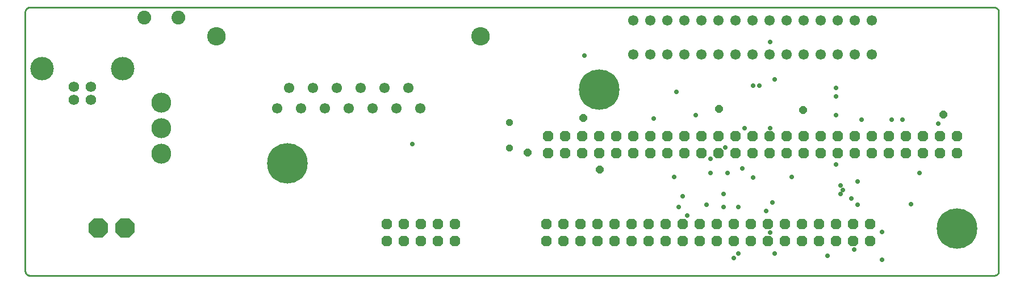
<source format=gbs>
G75*
%MOIN*%
%OFA0B0*%
%FSLAX25Y25*%
%IPPOS*%
%LPD*%
%AMOC8*
5,1,8,0,0,1.08239X$1,22.5*
%
%ADD10C,0.01000*%
%ADD11C,0.23800*%
%ADD12C,0.06115*%
%ADD13C,0.00000*%
%ADD14C,0.10800*%
%ADD15C,0.11725*%
%ADD16C,0.08083*%
%ADD17OC8,0.06200*%
%ADD18OC8,0.11430*%
%ADD19C,0.06200*%
%ADD20C,0.13800*%
%ADD21OC8,0.04343*%
%ADD22OC8,0.03800*%
%ADD23OC8,0.02800*%
%ADD24C,0.02800*%
D10*
X0004000Y0002343D02*
X0570300Y0002343D01*
X0570398Y0002345D01*
X0570496Y0002351D01*
X0570594Y0002360D01*
X0570691Y0002374D01*
X0570788Y0002391D01*
X0570884Y0002412D01*
X0570979Y0002437D01*
X0571073Y0002465D01*
X0571165Y0002498D01*
X0571257Y0002533D01*
X0571347Y0002573D01*
X0571435Y0002615D01*
X0571522Y0002662D01*
X0571606Y0002711D01*
X0571689Y0002764D01*
X0571769Y0002820D01*
X0571848Y0002880D01*
X0571924Y0002942D01*
X0571997Y0003007D01*
X0572068Y0003075D01*
X0572136Y0003146D01*
X0572201Y0003219D01*
X0572263Y0003295D01*
X0572323Y0003374D01*
X0572379Y0003454D01*
X0572432Y0003537D01*
X0572481Y0003621D01*
X0572528Y0003708D01*
X0572570Y0003796D01*
X0572610Y0003886D01*
X0572645Y0003978D01*
X0572678Y0004070D01*
X0572706Y0004164D01*
X0572731Y0004259D01*
X0572752Y0004355D01*
X0572769Y0004452D01*
X0572783Y0004549D01*
X0572792Y0004647D01*
X0572798Y0004745D01*
X0572800Y0004843D01*
X0572800Y0157343D01*
X0572798Y0157441D01*
X0572792Y0157539D01*
X0572783Y0157637D01*
X0572769Y0157734D01*
X0572752Y0157831D01*
X0572731Y0157927D01*
X0572706Y0158022D01*
X0572678Y0158116D01*
X0572645Y0158208D01*
X0572610Y0158300D01*
X0572570Y0158390D01*
X0572528Y0158478D01*
X0572481Y0158565D01*
X0572432Y0158649D01*
X0572379Y0158732D01*
X0572323Y0158812D01*
X0572263Y0158891D01*
X0572201Y0158967D01*
X0572136Y0159040D01*
X0572068Y0159111D01*
X0571997Y0159179D01*
X0571924Y0159244D01*
X0571848Y0159306D01*
X0571769Y0159366D01*
X0571689Y0159422D01*
X0571606Y0159475D01*
X0571522Y0159524D01*
X0571435Y0159571D01*
X0571347Y0159613D01*
X0571257Y0159653D01*
X0571165Y0159688D01*
X0571073Y0159721D01*
X0570979Y0159749D01*
X0570884Y0159774D01*
X0570788Y0159795D01*
X0570691Y0159812D01*
X0570594Y0159826D01*
X0570496Y0159835D01*
X0570398Y0159841D01*
X0570300Y0159843D01*
X0004000Y0159843D01*
X0003902Y0159841D01*
X0003804Y0159835D01*
X0003706Y0159826D01*
X0003609Y0159812D01*
X0003512Y0159795D01*
X0003416Y0159774D01*
X0003321Y0159749D01*
X0003227Y0159721D01*
X0003135Y0159688D01*
X0003043Y0159653D01*
X0002953Y0159613D01*
X0002865Y0159571D01*
X0002778Y0159524D01*
X0002694Y0159475D01*
X0002611Y0159422D01*
X0002531Y0159366D01*
X0002452Y0159306D01*
X0002376Y0159244D01*
X0002303Y0159179D01*
X0002232Y0159111D01*
X0002164Y0159040D01*
X0002099Y0158967D01*
X0002037Y0158891D01*
X0001977Y0158812D01*
X0001921Y0158732D01*
X0001868Y0158649D01*
X0001819Y0158565D01*
X0001772Y0158478D01*
X0001730Y0158390D01*
X0001690Y0158300D01*
X0001655Y0158208D01*
X0001622Y0158116D01*
X0001594Y0158022D01*
X0001569Y0157927D01*
X0001548Y0157831D01*
X0001531Y0157734D01*
X0001517Y0157637D01*
X0001508Y0157539D01*
X0001502Y0157441D01*
X0001500Y0157343D01*
X0001500Y0004843D01*
X0001502Y0004745D01*
X0001508Y0004647D01*
X0001517Y0004549D01*
X0001531Y0004452D01*
X0001548Y0004355D01*
X0001569Y0004259D01*
X0001594Y0004164D01*
X0001622Y0004070D01*
X0001655Y0003978D01*
X0001690Y0003886D01*
X0001730Y0003796D01*
X0001772Y0003708D01*
X0001819Y0003621D01*
X0001868Y0003537D01*
X0001921Y0003454D01*
X0001977Y0003374D01*
X0002037Y0003295D01*
X0002099Y0003219D01*
X0002164Y0003146D01*
X0002232Y0003075D01*
X0002303Y0003007D01*
X0002376Y0002942D01*
X0002452Y0002880D01*
X0002531Y0002820D01*
X0002611Y0002764D01*
X0002694Y0002711D01*
X0002778Y0002662D01*
X0002865Y0002615D01*
X0002953Y0002573D01*
X0003043Y0002533D01*
X0003135Y0002498D01*
X0003227Y0002465D01*
X0003321Y0002437D01*
X0003416Y0002412D01*
X0003512Y0002391D01*
X0003609Y0002374D01*
X0003706Y0002360D01*
X0003804Y0002351D01*
X0003902Y0002345D01*
X0004000Y0002343D01*
D11*
X0155300Y0068235D03*
X0338405Y0111580D03*
X0548400Y0029835D03*
D12*
X0498400Y0132243D03*
X0488400Y0132243D03*
X0478400Y0132243D03*
X0468400Y0132243D03*
X0458400Y0132243D03*
X0448400Y0132243D03*
X0438400Y0132243D03*
X0428400Y0132243D03*
X0418400Y0132243D03*
X0408400Y0132243D03*
X0398400Y0132243D03*
X0388400Y0132243D03*
X0378400Y0132243D03*
X0368400Y0132243D03*
X0358400Y0132243D03*
X0358400Y0152243D03*
X0368400Y0152243D03*
X0378400Y0152243D03*
X0388400Y0152243D03*
X0398400Y0152243D03*
X0408400Y0152243D03*
X0418400Y0152243D03*
X0428400Y0152243D03*
X0438400Y0152243D03*
X0448400Y0152243D03*
X0458400Y0152243D03*
X0468400Y0152243D03*
X0478400Y0152243D03*
X0488400Y0152243D03*
X0498400Y0152243D03*
X0233300Y0100443D03*
X0219300Y0100443D03*
X0205300Y0100443D03*
X0191300Y0100443D03*
X0177300Y0100443D03*
X0163300Y0100443D03*
X0149300Y0100443D03*
X0156300Y0112567D03*
X0170300Y0112567D03*
X0184300Y0112567D03*
X0198300Y0112567D03*
X0212300Y0112567D03*
X0226300Y0112567D03*
D13*
X0263800Y0142943D02*
X0263802Y0143084D01*
X0263808Y0143225D01*
X0263818Y0143365D01*
X0263832Y0143505D01*
X0263850Y0143645D01*
X0263871Y0143784D01*
X0263897Y0143923D01*
X0263926Y0144061D01*
X0263960Y0144197D01*
X0263997Y0144333D01*
X0264038Y0144468D01*
X0264083Y0144602D01*
X0264132Y0144734D01*
X0264184Y0144865D01*
X0264240Y0144994D01*
X0264300Y0145121D01*
X0264363Y0145247D01*
X0264429Y0145371D01*
X0264500Y0145494D01*
X0264573Y0145614D01*
X0264650Y0145732D01*
X0264730Y0145848D01*
X0264814Y0145961D01*
X0264900Y0146072D01*
X0264990Y0146181D01*
X0265083Y0146287D01*
X0265178Y0146390D01*
X0265277Y0146491D01*
X0265378Y0146589D01*
X0265482Y0146684D01*
X0265589Y0146776D01*
X0265698Y0146865D01*
X0265810Y0146950D01*
X0265924Y0147033D01*
X0266040Y0147113D01*
X0266159Y0147189D01*
X0266280Y0147261D01*
X0266402Y0147331D01*
X0266527Y0147396D01*
X0266653Y0147459D01*
X0266781Y0147517D01*
X0266911Y0147572D01*
X0267042Y0147624D01*
X0267175Y0147671D01*
X0267309Y0147715D01*
X0267444Y0147756D01*
X0267580Y0147792D01*
X0267717Y0147824D01*
X0267855Y0147853D01*
X0267993Y0147878D01*
X0268133Y0147898D01*
X0268273Y0147915D01*
X0268413Y0147928D01*
X0268554Y0147937D01*
X0268694Y0147942D01*
X0268835Y0147943D01*
X0268976Y0147940D01*
X0269117Y0147933D01*
X0269257Y0147922D01*
X0269397Y0147907D01*
X0269537Y0147888D01*
X0269676Y0147866D01*
X0269814Y0147839D01*
X0269952Y0147809D01*
X0270088Y0147774D01*
X0270224Y0147736D01*
X0270358Y0147694D01*
X0270492Y0147648D01*
X0270624Y0147599D01*
X0270754Y0147545D01*
X0270883Y0147488D01*
X0271010Y0147428D01*
X0271136Y0147364D01*
X0271259Y0147296D01*
X0271381Y0147225D01*
X0271501Y0147151D01*
X0271618Y0147073D01*
X0271733Y0146992D01*
X0271846Y0146908D01*
X0271957Y0146821D01*
X0272065Y0146730D01*
X0272170Y0146637D01*
X0272273Y0146540D01*
X0272373Y0146441D01*
X0272470Y0146339D01*
X0272564Y0146234D01*
X0272655Y0146127D01*
X0272743Y0146017D01*
X0272828Y0145905D01*
X0272910Y0145790D01*
X0272989Y0145673D01*
X0273064Y0145554D01*
X0273136Y0145433D01*
X0273204Y0145310D01*
X0273269Y0145185D01*
X0273331Y0145058D01*
X0273388Y0144929D01*
X0273443Y0144799D01*
X0273493Y0144668D01*
X0273540Y0144535D01*
X0273583Y0144401D01*
X0273622Y0144265D01*
X0273657Y0144129D01*
X0273689Y0143992D01*
X0273716Y0143854D01*
X0273740Y0143715D01*
X0273760Y0143575D01*
X0273776Y0143435D01*
X0273788Y0143295D01*
X0273796Y0143154D01*
X0273800Y0143013D01*
X0273800Y0142873D01*
X0273796Y0142732D01*
X0273788Y0142591D01*
X0273776Y0142451D01*
X0273760Y0142311D01*
X0273740Y0142171D01*
X0273716Y0142032D01*
X0273689Y0141894D01*
X0273657Y0141757D01*
X0273622Y0141621D01*
X0273583Y0141485D01*
X0273540Y0141351D01*
X0273493Y0141218D01*
X0273443Y0141087D01*
X0273388Y0140957D01*
X0273331Y0140828D01*
X0273269Y0140701D01*
X0273204Y0140576D01*
X0273136Y0140453D01*
X0273064Y0140332D01*
X0272989Y0140213D01*
X0272910Y0140096D01*
X0272828Y0139981D01*
X0272743Y0139869D01*
X0272655Y0139759D01*
X0272564Y0139652D01*
X0272470Y0139547D01*
X0272373Y0139445D01*
X0272273Y0139346D01*
X0272170Y0139249D01*
X0272065Y0139156D01*
X0271957Y0139065D01*
X0271846Y0138978D01*
X0271733Y0138894D01*
X0271618Y0138813D01*
X0271501Y0138735D01*
X0271381Y0138661D01*
X0271259Y0138590D01*
X0271136Y0138522D01*
X0271010Y0138458D01*
X0270883Y0138398D01*
X0270754Y0138341D01*
X0270624Y0138287D01*
X0270492Y0138238D01*
X0270358Y0138192D01*
X0270224Y0138150D01*
X0270088Y0138112D01*
X0269952Y0138077D01*
X0269814Y0138047D01*
X0269676Y0138020D01*
X0269537Y0137998D01*
X0269397Y0137979D01*
X0269257Y0137964D01*
X0269117Y0137953D01*
X0268976Y0137946D01*
X0268835Y0137943D01*
X0268694Y0137944D01*
X0268554Y0137949D01*
X0268413Y0137958D01*
X0268273Y0137971D01*
X0268133Y0137988D01*
X0267993Y0138008D01*
X0267855Y0138033D01*
X0267717Y0138062D01*
X0267580Y0138094D01*
X0267444Y0138130D01*
X0267309Y0138171D01*
X0267175Y0138215D01*
X0267042Y0138262D01*
X0266911Y0138314D01*
X0266781Y0138369D01*
X0266653Y0138427D01*
X0266527Y0138490D01*
X0266402Y0138555D01*
X0266280Y0138625D01*
X0266159Y0138697D01*
X0266040Y0138773D01*
X0265924Y0138853D01*
X0265810Y0138936D01*
X0265698Y0139021D01*
X0265589Y0139110D01*
X0265482Y0139202D01*
X0265378Y0139297D01*
X0265277Y0139395D01*
X0265178Y0139496D01*
X0265083Y0139599D01*
X0264990Y0139705D01*
X0264900Y0139814D01*
X0264814Y0139925D01*
X0264730Y0140038D01*
X0264650Y0140154D01*
X0264573Y0140272D01*
X0264500Y0140392D01*
X0264429Y0140515D01*
X0264363Y0140639D01*
X0264300Y0140765D01*
X0264240Y0140892D01*
X0264184Y0141021D01*
X0264132Y0141152D01*
X0264083Y0141284D01*
X0264038Y0141418D01*
X0263997Y0141553D01*
X0263960Y0141689D01*
X0263926Y0141825D01*
X0263897Y0141963D01*
X0263871Y0142102D01*
X0263850Y0142241D01*
X0263832Y0142381D01*
X0263818Y0142521D01*
X0263808Y0142661D01*
X0263802Y0142802D01*
X0263800Y0142943D01*
X0108800Y0142943D02*
X0108802Y0143084D01*
X0108808Y0143225D01*
X0108818Y0143365D01*
X0108832Y0143505D01*
X0108850Y0143645D01*
X0108871Y0143784D01*
X0108897Y0143923D01*
X0108926Y0144061D01*
X0108960Y0144197D01*
X0108997Y0144333D01*
X0109038Y0144468D01*
X0109083Y0144602D01*
X0109132Y0144734D01*
X0109184Y0144865D01*
X0109240Y0144994D01*
X0109300Y0145121D01*
X0109363Y0145247D01*
X0109429Y0145371D01*
X0109500Y0145494D01*
X0109573Y0145614D01*
X0109650Y0145732D01*
X0109730Y0145848D01*
X0109814Y0145961D01*
X0109900Y0146072D01*
X0109990Y0146181D01*
X0110083Y0146287D01*
X0110178Y0146390D01*
X0110277Y0146491D01*
X0110378Y0146589D01*
X0110482Y0146684D01*
X0110589Y0146776D01*
X0110698Y0146865D01*
X0110810Y0146950D01*
X0110924Y0147033D01*
X0111040Y0147113D01*
X0111159Y0147189D01*
X0111280Y0147261D01*
X0111402Y0147331D01*
X0111527Y0147396D01*
X0111653Y0147459D01*
X0111781Y0147517D01*
X0111911Y0147572D01*
X0112042Y0147624D01*
X0112175Y0147671D01*
X0112309Y0147715D01*
X0112444Y0147756D01*
X0112580Y0147792D01*
X0112717Y0147824D01*
X0112855Y0147853D01*
X0112993Y0147878D01*
X0113133Y0147898D01*
X0113273Y0147915D01*
X0113413Y0147928D01*
X0113554Y0147937D01*
X0113694Y0147942D01*
X0113835Y0147943D01*
X0113976Y0147940D01*
X0114117Y0147933D01*
X0114257Y0147922D01*
X0114397Y0147907D01*
X0114537Y0147888D01*
X0114676Y0147866D01*
X0114814Y0147839D01*
X0114952Y0147809D01*
X0115088Y0147774D01*
X0115224Y0147736D01*
X0115358Y0147694D01*
X0115492Y0147648D01*
X0115624Y0147599D01*
X0115754Y0147545D01*
X0115883Y0147488D01*
X0116010Y0147428D01*
X0116136Y0147364D01*
X0116259Y0147296D01*
X0116381Y0147225D01*
X0116501Y0147151D01*
X0116618Y0147073D01*
X0116733Y0146992D01*
X0116846Y0146908D01*
X0116957Y0146821D01*
X0117065Y0146730D01*
X0117170Y0146637D01*
X0117273Y0146540D01*
X0117373Y0146441D01*
X0117470Y0146339D01*
X0117564Y0146234D01*
X0117655Y0146127D01*
X0117743Y0146017D01*
X0117828Y0145905D01*
X0117910Y0145790D01*
X0117989Y0145673D01*
X0118064Y0145554D01*
X0118136Y0145433D01*
X0118204Y0145310D01*
X0118269Y0145185D01*
X0118331Y0145058D01*
X0118388Y0144929D01*
X0118443Y0144799D01*
X0118493Y0144668D01*
X0118540Y0144535D01*
X0118583Y0144401D01*
X0118622Y0144265D01*
X0118657Y0144129D01*
X0118689Y0143992D01*
X0118716Y0143854D01*
X0118740Y0143715D01*
X0118760Y0143575D01*
X0118776Y0143435D01*
X0118788Y0143295D01*
X0118796Y0143154D01*
X0118800Y0143013D01*
X0118800Y0142873D01*
X0118796Y0142732D01*
X0118788Y0142591D01*
X0118776Y0142451D01*
X0118760Y0142311D01*
X0118740Y0142171D01*
X0118716Y0142032D01*
X0118689Y0141894D01*
X0118657Y0141757D01*
X0118622Y0141621D01*
X0118583Y0141485D01*
X0118540Y0141351D01*
X0118493Y0141218D01*
X0118443Y0141087D01*
X0118388Y0140957D01*
X0118331Y0140828D01*
X0118269Y0140701D01*
X0118204Y0140576D01*
X0118136Y0140453D01*
X0118064Y0140332D01*
X0117989Y0140213D01*
X0117910Y0140096D01*
X0117828Y0139981D01*
X0117743Y0139869D01*
X0117655Y0139759D01*
X0117564Y0139652D01*
X0117470Y0139547D01*
X0117373Y0139445D01*
X0117273Y0139346D01*
X0117170Y0139249D01*
X0117065Y0139156D01*
X0116957Y0139065D01*
X0116846Y0138978D01*
X0116733Y0138894D01*
X0116618Y0138813D01*
X0116501Y0138735D01*
X0116381Y0138661D01*
X0116259Y0138590D01*
X0116136Y0138522D01*
X0116010Y0138458D01*
X0115883Y0138398D01*
X0115754Y0138341D01*
X0115624Y0138287D01*
X0115492Y0138238D01*
X0115358Y0138192D01*
X0115224Y0138150D01*
X0115088Y0138112D01*
X0114952Y0138077D01*
X0114814Y0138047D01*
X0114676Y0138020D01*
X0114537Y0137998D01*
X0114397Y0137979D01*
X0114257Y0137964D01*
X0114117Y0137953D01*
X0113976Y0137946D01*
X0113835Y0137943D01*
X0113694Y0137944D01*
X0113554Y0137949D01*
X0113413Y0137958D01*
X0113273Y0137971D01*
X0113133Y0137988D01*
X0112993Y0138008D01*
X0112855Y0138033D01*
X0112717Y0138062D01*
X0112580Y0138094D01*
X0112444Y0138130D01*
X0112309Y0138171D01*
X0112175Y0138215D01*
X0112042Y0138262D01*
X0111911Y0138314D01*
X0111781Y0138369D01*
X0111653Y0138427D01*
X0111527Y0138490D01*
X0111402Y0138555D01*
X0111280Y0138625D01*
X0111159Y0138697D01*
X0111040Y0138773D01*
X0110924Y0138853D01*
X0110810Y0138936D01*
X0110698Y0139021D01*
X0110589Y0139110D01*
X0110482Y0139202D01*
X0110378Y0139297D01*
X0110277Y0139395D01*
X0110178Y0139496D01*
X0110083Y0139599D01*
X0109990Y0139705D01*
X0109900Y0139814D01*
X0109814Y0139925D01*
X0109730Y0140038D01*
X0109650Y0140154D01*
X0109573Y0140272D01*
X0109500Y0140392D01*
X0109429Y0140515D01*
X0109363Y0140639D01*
X0109300Y0140765D01*
X0109240Y0140892D01*
X0109184Y0141021D01*
X0109132Y0141152D01*
X0109083Y0141284D01*
X0109038Y0141418D01*
X0108997Y0141553D01*
X0108960Y0141689D01*
X0108926Y0141825D01*
X0108897Y0141963D01*
X0108871Y0142102D01*
X0108850Y0142241D01*
X0108832Y0142381D01*
X0108818Y0142521D01*
X0108808Y0142661D01*
X0108802Y0142802D01*
X0108800Y0142943D01*
X0087758Y0154043D02*
X0087760Y0154163D01*
X0087766Y0154284D01*
X0087776Y0154404D01*
X0087790Y0154523D01*
X0087808Y0154642D01*
X0087829Y0154761D01*
X0087855Y0154879D01*
X0087885Y0154995D01*
X0087918Y0155111D01*
X0087955Y0155226D01*
X0087996Y0155339D01*
X0088041Y0155451D01*
X0088089Y0155561D01*
X0088141Y0155670D01*
X0088197Y0155776D01*
X0088256Y0155881D01*
X0088319Y0155984D01*
X0088384Y0156085D01*
X0088454Y0156184D01*
X0088526Y0156280D01*
X0088601Y0156374D01*
X0088680Y0156465D01*
X0088762Y0156554D01*
X0088846Y0156639D01*
X0088933Y0156723D01*
X0089023Y0156803D01*
X0089116Y0156880D01*
X0089211Y0156954D01*
X0089308Y0157024D01*
X0089408Y0157092D01*
X0089510Y0157156D01*
X0089614Y0157217D01*
X0089720Y0157274D01*
X0089828Y0157328D01*
X0089937Y0157378D01*
X0090048Y0157425D01*
X0090161Y0157468D01*
X0090275Y0157507D01*
X0090390Y0157542D01*
X0090506Y0157574D01*
X0090623Y0157601D01*
X0090741Y0157625D01*
X0090860Y0157645D01*
X0090979Y0157661D01*
X0091099Y0157673D01*
X0091219Y0157681D01*
X0091340Y0157685D01*
X0091460Y0157685D01*
X0091581Y0157681D01*
X0091701Y0157673D01*
X0091821Y0157661D01*
X0091940Y0157645D01*
X0092059Y0157625D01*
X0092177Y0157601D01*
X0092294Y0157574D01*
X0092410Y0157542D01*
X0092525Y0157507D01*
X0092639Y0157468D01*
X0092752Y0157425D01*
X0092863Y0157378D01*
X0092972Y0157328D01*
X0093080Y0157274D01*
X0093186Y0157217D01*
X0093290Y0157156D01*
X0093392Y0157092D01*
X0093492Y0157024D01*
X0093589Y0156954D01*
X0093684Y0156880D01*
X0093777Y0156803D01*
X0093867Y0156723D01*
X0093954Y0156639D01*
X0094038Y0156554D01*
X0094120Y0156465D01*
X0094199Y0156374D01*
X0094274Y0156280D01*
X0094346Y0156184D01*
X0094416Y0156085D01*
X0094481Y0155984D01*
X0094544Y0155881D01*
X0094603Y0155776D01*
X0094659Y0155670D01*
X0094711Y0155561D01*
X0094759Y0155451D01*
X0094804Y0155339D01*
X0094845Y0155226D01*
X0094882Y0155111D01*
X0094915Y0154995D01*
X0094945Y0154879D01*
X0094971Y0154761D01*
X0094992Y0154642D01*
X0095010Y0154523D01*
X0095024Y0154404D01*
X0095034Y0154284D01*
X0095040Y0154163D01*
X0095042Y0154043D01*
X0095040Y0153923D01*
X0095034Y0153802D01*
X0095024Y0153682D01*
X0095010Y0153563D01*
X0094992Y0153444D01*
X0094971Y0153325D01*
X0094945Y0153207D01*
X0094915Y0153091D01*
X0094882Y0152975D01*
X0094845Y0152860D01*
X0094804Y0152747D01*
X0094759Y0152635D01*
X0094711Y0152525D01*
X0094659Y0152416D01*
X0094603Y0152310D01*
X0094544Y0152205D01*
X0094481Y0152102D01*
X0094416Y0152001D01*
X0094346Y0151902D01*
X0094274Y0151806D01*
X0094199Y0151712D01*
X0094120Y0151621D01*
X0094038Y0151532D01*
X0093954Y0151447D01*
X0093867Y0151363D01*
X0093777Y0151283D01*
X0093684Y0151206D01*
X0093589Y0151132D01*
X0093492Y0151062D01*
X0093392Y0150994D01*
X0093290Y0150930D01*
X0093186Y0150869D01*
X0093080Y0150812D01*
X0092972Y0150758D01*
X0092863Y0150708D01*
X0092752Y0150661D01*
X0092639Y0150618D01*
X0092525Y0150579D01*
X0092410Y0150544D01*
X0092294Y0150512D01*
X0092177Y0150485D01*
X0092059Y0150461D01*
X0091940Y0150441D01*
X0091821Y0150425D01*
X0091701Y0150413D01*
X0091581Y0150405D01*
X0091460Y0150401D01*
X0091340Y0150401D01*
X0091219Y0150405D01*
X0091099Y0150413D01*
X0090979Y0150425D01*
X0090860Y0150441D01*
X0090741Y0150461D01*
X0090623Y0150485D01*
X0090506Y0150512D01*
X0090390Y0150544D01*
X0090275Y0150579D01*
X0090161Y0150618D01*
X0090048Y0150661D01*
X0089937Y0150708D01*
X0089828Y0150758D01*
X0089720Y0150812D01*
X0089614Y0150869D01*
X0089510Y0150930D01*
X0089408Y0150994D01*
X0089308Y0151062D01*
X0089211Y0151132D01*
X0089116Y0151206D01*
X0089023Y0151283D01*
X0088933Y0151363D01*
X0088846Y0151447D01*
X0088762Y0151532D01*
X0088680Y0151621D01*
X0088601Y0151712D01*
X0088526Y0151806D01*
X0088454Y0151902D01*
X0088384Y0152001D01*
X0088319Y0152102D01*
X0088256Y0152205D01*
X0088197Y0152310D01*
X0088141Y0152416D01*
X0088089Y0152525D01*
X0088041Y0152635D01*
X0087996Y0152747D01*
X0087955Y0152860D01*
X0087918Y0152975D01*
X0087885Y0153091D01*
X0087855Y0153207D01*
X0087829Y0153325D01*
X0087808Y0153444D01*
X0087790Y0153563D01*
X0087776Y0153682D01*
X0087766Y0153802D01*
X0087760Y0153923D01*
X0087758Y0154043D01*
X0067758Y0154043D02*
X0067760Y0154163D01*
X0067766Y0154284D01*
X0067776Y0154404D01*
X0067790Y0154523D01*
X0067808Y0154642D01*
X0067829Y0154761D01*
X0067855Y0154879D01*
X0067885Y0154995D01*
X0067918Y0155111D01*
X0067955Y0155226D01*
X0067996Y0155339D01*
X0068041Y0155451D01*
X0068089Y0155561D01*
X0068141Y0155670D01*
X0068197Y0155776D01*
X0068256Y0155881D01*
X0068319Y0155984D01*
X0068384Y0156085D01*
X0068454Y0156184D01*
X0068526Y0156280D01*
X0068601Y0156374D01*
X0068680Y0156465D01*
X0068762Y0156554D01*
X0068846Y0156639D01*
X0068933Y0156723D01*
X0069023Y0156803D01*
X0069116Y0156880D01*
X0069211Y0156954D01*
X0069308Y0157024D01*
X0069408Y0157092D01*
X0069510Y0157156D01*
X0069614Y0157217D01*
X0069720Y0157274D01*
X0069828Y0157328D01*
X0069937Y0157378D01*
X0070048Y0157425D01*
X0070161Y0157468D01*
X0070275Y0157507D01*
X0070390Y0157542D01*
X0070506Y0157574D01*
X0070623Y0157601D01*
X0070741Y0157625D01*
X0070860Y0157645D01*
X0070979Y0157661D01*
X0071099Y0157673D01*
X0071219Y0157681D01*
X0071340Y0157685D01*
X0071460Y0157685D01*
X0071581Y0157681D01*
X0071701Y0157673D01*
X0071821Y0157661D01*
X0071940Y0157645D01*
X0072059Y0157625D01*
X0072177Y0157601D01*
X0072294Y0157574D01*
X0072410Y0157542D01*
X0072525Y0157507D01*
X0072639Y0157468D01*
X0072752Y0157425D01*
X0072863Y0157378D01*
X0072972Y0157328D01*
X0073080Y0157274D01*
X0073186Y0157217D01*
X0073290Y0157156D01*
X0073392Y0157092D01*
X0073492Y0157024D01*
X0073589Y0156954D01*
X0073684Y0156880D01*
X0073777Y0156803D01*
X0073867Y0156723D01*
X0073954Y0156639D01*
X0074038Y0156554D01*
X0074120Y0156465D01*
X0074199Y0156374D01*
X0074274Y0156280D01*
X0074346Y0156184D01*
X0074416Y0156085D01*
X0074481Y0155984D01*
X0074544Y0155881D01*
X0074603Y0155776D01*
X0074659Y0155670D01*
X0074711Y0155561D01*
X0074759Y0155451D01*
X0074804Y0155339D01*
X0074845Y0155226D01*
X0074882Y0155111D01*
X0074915Y0154995D01*
X0074945Y0154879D01*
X0074971Y0154761D01*
X0074992Y0154642D01*
X0075010Y0154523D01*
X0075024Y0154404D01*
X0075034Y0154284D01*
X0075040Y0154163D01*
X0075042Y0154043D01*
X0075040Y0153923D01*
X0075034Y0153802D01*
X0075024Y0153682D01*
X0075010Y0153563D01*
X0074992Y0153444D01*
X0074971Y0153325D01*
X0074945Y0153207D01*
X0074915Y0153091D01*
X0074882Y0152975D01*
X0074845Y0152860D01*
X0074804Y0152747D01*
X0074759Y0152635D01*
X0074711Y0152525D01*
X0074659Y0152416D01*
X0074603Y0152310D01*
X0074544Y0152205D01*
X0074481Y0152102D01*
X0074416Y0152001D01*
X0074346Y0151902D01*
X0074274Y0151806D01*
X0074199Y0151712D01*
X0074120Y0151621D01*
X0074038Y0151532D01*
X0073954Y0151447D01*
X0073867Y0151363D01*
X0073777Y0151283D01*
X0073684Y0151206D01*
X0073589Y0151132D01*
X0073492Y0151062D01*
X0073392Y0150994D01*
X0073290Y0150930D01*
X0073186Y0150869D01*
X0073080Y0150812D01*
X0072972Y0150758D01*
X0072863Y0150708D01*
X0072752Y0150661D01*
X0072639Y0150618D01*
X0072525Y0150579D01*
X0072410Y0150544D01*
X0072294Y0150512D01*
X0072177Y0150485D01*
X0072059Y0150461D01*
X0071940Y0150441D01*
X0071821Y0150425D01*
X0071701Y0150413D01*
X0071581Y0150405D01*
X0071460Y0150401D01*
X0071340Y0150401D01*
X0071219Y0150405D01*
X0071099Y0150413D01*
X0070979Y0150425D01*
X0070860Y0150441D01*
X0070741Y0150461D01*
X0070623Y0150485D01*
X0070506Y0150512D01*
X0070390Y0150544D01*
X0070275Y0150579D01*
X0070161Y0150618D01*
X0070048Y0150661D01*
X0069937Y0150708D01*
X0069828Y0150758D01*
X0069720Y0150812D01*
X0069614Y0150869D01*
X0069510Y0150930D01*
X0069408Y0150994D01*
X0069308Y0151062D01*
X0069211Y0151132D01*
X0069116Y0151206D01*
X0069023Y0151283D01*
X0068933Y0151363D01*
X0068846Y0151447D01*
X0068762Y0151532D01*
X0068680Y0151621D01*
X0068601Y0151712D01*
X0068526Y0151806D01*
X0068454Y0151902D01*
X0068384Y0152001D01*
X0068319Y0152102D01*
X0068256Y0152205D01*
X0068197Y0152310D01*
X0068141Y0152416D01*
X0068089Y0152525D01*
X0068041Y0152635D01*
X0067996Y0152747D01*
X0067955Y0152860D01*
X0067918Y0152975D01*
X0067885Y0153091D01*
X0067855Y0153207D01*
X0067829Y0153325D01*
X0067808Y0153444D01*
X0067790Y0153563D01*
X0067776Y0153682D01*
X0067766Y0153802D01*
X0067760Y0153923D01*
X0067758Y0154043D01*
D14*
X0113800Y0142943D03*
X0268800Y0142943D03*
D15*
X0081400Y0104043D03*
X0081400Y0089043D03*
X0081400Y0074043D03*
D16*
X0071400Y0154043D03*
X0091400Y0154043D03*
D17*
X0308500Y0084343D03*
X0318500Y0084343D03*
X0328500Y0084343D03*
X0338500Y0084343D03*
X0348500Y0084343D03*
X0358500Y0084343D03*
X0368500Y0084343D03*
X0378500Y0084343D03*
X0388500Y0084343D03*
X0398500Y0084343D03*
X0408500Y0084343D03*
X0418500Y0084343D03*
X0428500Y0084343D03*
X0438500Y0084343D03*
X0448500Y0084343D03*
X0458500Y0084343D03*
X0468500Y0084343D03*
X0478500Y0084343D03*
X0488500Y0084343D03*
X0498500Y0084343D03*
X0508500Y0084343D03*
X0518500Y0084343D03*
X0528500Y0084343D03*
X0538500Y0084343D03*
X0548500Y0084343D03*
X0548500Y0074343D03*
X0538500Y0074343D03*
X0528500Y0074343D03*
X0518500Y0074343D03*
X0508500Y0074343D03*
X0498500Y0074343D03*
X0488500Y0074343D03*
X0478500Y0074343D03*
X0468500Y0074343D03*
X0458500Y0074343D03*
X0448500Y0074343D03*
X0438500Y0074343D03*
X0428500Y0074343D03*
X0418500Y0074343D03*
X0408500Y0074343D03*
X0398500Y0074343D03*
X0388500Y0074343D03*
X0378500Y0074343D03*
X0368500Y0074343D03*
X0358500Y0074343D03*
X0348500Y0074343D03*
X0338500Y0074343D03*
X0328500Y0074343D03*
X0318500Y0074343D03*
X0308500Y0074343D03*
X0307500Y0032443D03*
X0317500Y0032443D03*
X0327500Y0032443D03*
X0337500Y0032443D03*
X0347500Y0032443D03*
X0357500Y0032443D03*
X0367500Y0032443D03*
X0377500Y0032443D03*
X0387500Y0032443D03*
X0397500Y0032443D03*
X0407500Y0032443D03*
X0417500Y0032443D03*
X0427500Y0032443D03*
X0437500Y0032443D03*
X0447500Y0032443D03*
X0457500Y0032443D03*
X0467500Y0032443D03*
X0477500Y0032443D03*
X0487500Y0032443D03*
X0497500Y0032443D03*
X0497500Y0022443D03*
X0487500Y0022443D03*
X0477500Y0022443D03*
X0467500Y0022443D03*
X0457500Y0022443D03*
X0447500Y0022443D03*
X0437500Y0022443D03*
X0427500Y0022443D03*
X0417500Y0022443D03*
X0407500Y0022443D03*
X0397500Y0022443D03*
X0387500Y0022443D03*
X0377500Y0022443D03*
X0367500Y0022443D03*
X0357500Y0022443D03*
X0347500Y0022443D03*
X0337500Y0022443D03*
X0327500Y0022443D03*
X0317500Y0022443D03*
X0307500Y0022443D03*
X0253600Y0022443D03*
X0243600Y0022443D03*
X0233600Y0022443D03*
X0223600Y0022443D03*
X0213600Y0022443D03*
X0213600Y0032443D03*
X0223600Y0032443D03*
X0233600Y0032443D03*
X0243600Y0032443D03*
X0253600Y0032443D03*
D18*
X0059891Y0030243D03*
X0044300Y0030243D03*
D19*
X0039951Y0105483D03*
X0030109Y0105483D03*
X0030109Y0113283D03*
X0039951Y0113283D03*
D20*
X0058730Y0123983D03*
X0011330Y0123983D03*
D21*
X0296400Y0074443D03*
X0338600Y0064643D03*
X0329000Y0094743D03*
X0408600Y0100143D03*
X0458000Y0099643D03*
X0540200Y0096743D03*
D22*
X0285800Y0092243D03*
X0285600Y0077243D03*
D23*
X0228600Y0079543D03*
X0370500Y0094543D03*
X0329600Y0131443D03*
D24*
X0383700Y0110143D03*
X0394950Y0096393D03*
X0423700Y0088893D03*
X0438700Y0088893D03*
X0412450Y0077643D03*
X0403750Y0070943D03*
X0422450Y0065143D03*
X0413700Y0062643D03*
X0403700Y0062643D03*
X0382450Y0060143D03*
X0411200Y0050143D03*
X0401200Y0043893D03*
X0411200Y0042643D03*
X0419950Y0042643D03*
X0436200Y0040143D03*
X0439950Y0045143D03*
X0479950Y0050143D03*
X0481200Y0052643D03*
X0479950Y0055143D03*
X0489950Y0057643D03*
X0486200Y0047643D03*
X0489950Y0043893D03*
X0521400Y0044343D03*
X0504400Y0027743D03*
X0488050Y0017643D03*
X0472450Y0013893D03*
X0504400Y0011393D03*
X0441200Y0015143D03*
X0419950Y0015143D03*
X0417450Y0012643D03*
X0438700Y0027643D03*
X0389950Y0037643D03*
X0384950Y0042643D03*
X0387450Y0048893D03*
X0428600Y0060043D03*
X0451200Y0060143D03*
X0477450Y0067643D03*
X0526200Y0062643D03*
X0537450Y0091393D03*
X0516200Y0093893D03*
X0509950Y0093893D03*
X0492450Y0093893D03*
X0477450Y0096393D03*
X0477450Y0107643D03*
X0477450Y0112643D03*
X0441200Y0117643D03*
X0432450Y0113893D03*
X0428700Y0113893D03*
X0438750Y0139493D03*
M02*

</source>
